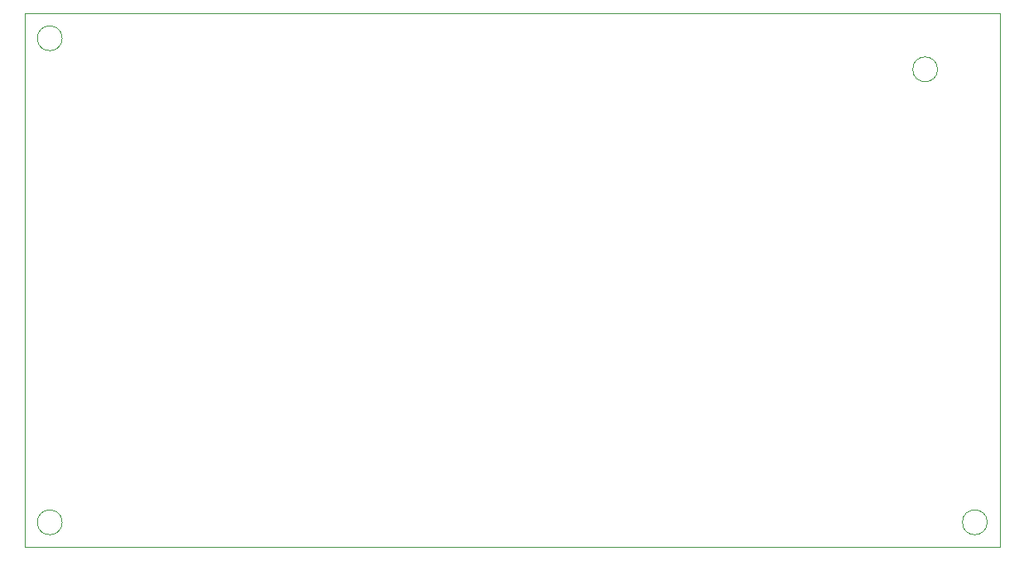
<source format=gbr>
%TF.GenerationSoftware,KiCad,Pcbnew,(6.0.7-1)-1*%
%TF.CreationDate,2022-11-07T13:48:13-05:00*%
%TF.ProjectId,BasicPowerSupply,42617369-6350-46f7-9765-72537570706c,rev?*%
%TF.SameCoordinates,Original*%
%TF.FileFunction,Profile,NP*%
%FSLAX46Y46*%
G04 Gerber Fmt 4.6, Leading zero omitted, Abs format (unit mm)*
G04 Created by KiCad (PCBNEW (6.0.7-1)-1) date 2022-11-07 13:48:13*
%MOMM*%
%LPD*%
G01*
G04 APERTURE LIST*
%TA.AperFunction,Profile*%
%ADD10C,0.100000*%
%TD*%
G04 APERTURE END LIST*
D10*
X196850000Y-120650000D02*
X97155000Y-120650000D01*
X190500000Y-71755000D02*
G75*
G03*
X190500000Y-71755000I-1270000J0D01*
G01*
X97155000Y-120650000D02*
X97155000Y-66040000D01*
X196850000Y-66040000D02*
X196850000Y-120650000D01*
X100965000Y-118110000D02*
G75*
G03*
X100965000Y-118110000I-1270000J0D01*
G01*
X195580000Y-118110000D02*
G75*
G03*
X195580000Y-118110000I-1270000J0D01*
G01*
X100965000Y-68580000D02*
G75*
G03*
X100965000Y-68580000I-1270000J0D01*
G01*
X97155000Y-66040000D02*
X196850000Y-66040000D01*
M02*

</source>
